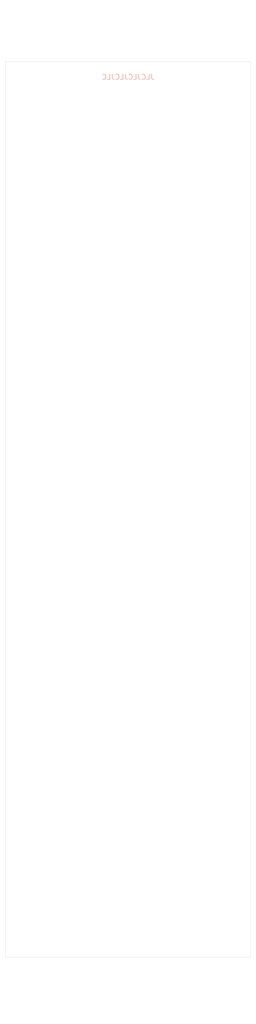
<source format=kicad_pcb>
(kicad_pcb
	(version 20240108)
	(generator "pcbnew")
	(generator_version "8.0")
	(general
		(thickness 1.6)
		(legacy_teardrops no)
	)
	(paper "A4" portrait)
	(title_block
		(rev "1")
		(company "DMH Instruments")
		(comment 1 "10cm Kosmo format synthesizer module PCB")
	)
	(layers
		(0 "F.Cu" signal)
		(31 "B.Cu" signal)
		(32 "B.Adhes" user "B.Adhesive")
		(33 "F.Adhes" user "F.Adhesive")
		(34 "B.Paste" user)
		(35 "F.Paste" user)
		(36 "B.SilkS" user "B.Silkscreen")
		(37 "F.SilkS" user "F.Silkscreen")
		(38 "B.Mask" user)
		(39 "F.Mask" user)
		(40 "Dwgs.User" user "User.Drawings")
		(41 "Cmts.User" user "User.Comments")
		(42 "Eco1.User" user "User.Eco1")
		(43 "Eco2.User" user "User.Eco2")
		(44 "Edge.Cuts" user)
		(45 "Margin" user)
		(46 "B.CrtYd" user "B.Courtyard")
		(47 "F.CrtYd" user "F.Courtyard")
		(48 "B.Fab" user)
		(49 "F.Fab" user)
		(50 "User.1" user)
		(51 "User.2" user)
		(52 "User.3" user)
		(53 "User.4" user)
		(54 "User.5" user)
		(55 "User.6" user)
		(56 "User.7" user)
		(57 "User.8" user)
		(58 "User.9" user "FrontPanelEdge")
	)
	(setup
		(stackup
			(layer "F.SilkS"
				(type "Top Silk Screen")
			)
			(layer "F.Paste"
				(type "Top Solder Paste")
			)
			(layer "F.Mask"
				(type "Top Solder Mask")
				(thickness 0.01)
			)
			(layer "F.Cu"
				(type "copper")
				(thickness 0.035)
			)
			(layer "dielectric 1"
				(type "core")
				(thickness 1.51)
				(material "FR4")
				(epsilon_r 4.5)
				(loss_tangent 0.02)
			)
			(layer "B.Cu"
				(type "copper")
				(thickness 0.035)
			)
			(layer "B.Mask"
				(type "Bottom Solder Mask")
				(thickness 0.01)
			)
			(layer "B.Paste"
				(type "Bottom Solder Paste")
			)
			(layer "B.SilkS"
				(type "Bottom Silk Screen")
			)
			(copper_finish "HAL lead-free")
			(dielectric_constraints no)
		)
		(pad_to_mask_clearance 0)
		(allow_soldermask_bridges_in_footprints no)
		(grid_origin 50 30)
		(pcbplotparams
			(layerselection 0x00010fc_ffffffff)
			(plot_on_all_layers_selection 0x0000000_00000000)
			(disableapertmacros no)
			(usegerberextensions no)
			(usegerberattributes yes)
			(usegerberadvancedattributes yes)
			(creategerberjobfile yes)
			(dashed_line_dash_ratio 12.000000)
			(dashed_line_gap_ratio 3.000000)
			(svgprecision 4)
			(plotframeref no)
			(viasonmask no)
			(mode 1)
			(useauxorigin no)
			(hpglpennumber 1)
			(hpglpenspeed 20)
			(hpglpendiameter 15.000000)
			(pdf_front_fp_property_popups yes)
			(pdf_back_fp_property_popups yes)
			(dxfpolygonmode yes)
			(dxfimperialunits yes)
			(dxfusepcbnewfont yes)
			(psnegative no)
			(psa4output no)
			(plotreference yes)
			(plotvalue yes)
			(plotfptext yes)
			(plotinvisibletext no)
			(sketchpadsonfab no)
			(subtractmaskfromsilk no)
			(outputformat 1)
			(mirror no)
			(drillshape 1)
			(scaleselection 1)
			(outputdirectory "")
		)
	)
	(net 0 "")
	(gr_rect
		(start 51 42)
		(end 99 217)
		(stroke
			(width 0.05)
			(type default)
		)
		(fill none)
		(layer "Edge.Cuts")
		(uuid "b3c2b746-7928-4430-9218-c5517ec26bc0")
	)
	(gr_rect
		(start 50 30)
		(end 100 230)
		(stroke
			(width 0.1)
			(type default)
		)
		(fill none)
		(layer "User.9")
		(uuid "00a9661b-bc4e-493a-9a57-d5b24a34753b")
	)
	(gr_text "JLCJLCJLCJLC"
		(at 75 45 0)
		(layer "B.SilkS")
		(uuid "8ace6051-680f-400e-a35e-9f3e47b2e4c8")
		(effects
			(font
				(size 1 1)
				(thickness 0.15)
			)
			(justify mirror)
		)
	)
)

</source>
